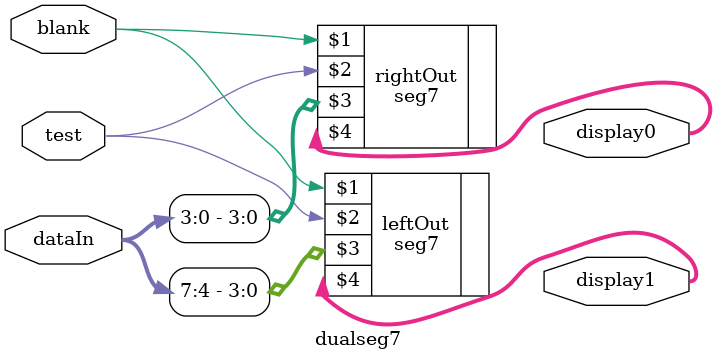
<source format=sv>
module dualseg7(input logic blank, test, input logic [7:0] dataIn,
	        output logic [6:0] display1, display0);	

	seg7 leftOut(blank, test, dataIn[7:4], display1);
	seg7 rightOut(blank, test, dataIn[3:0], display0);

endmodule

</source>
